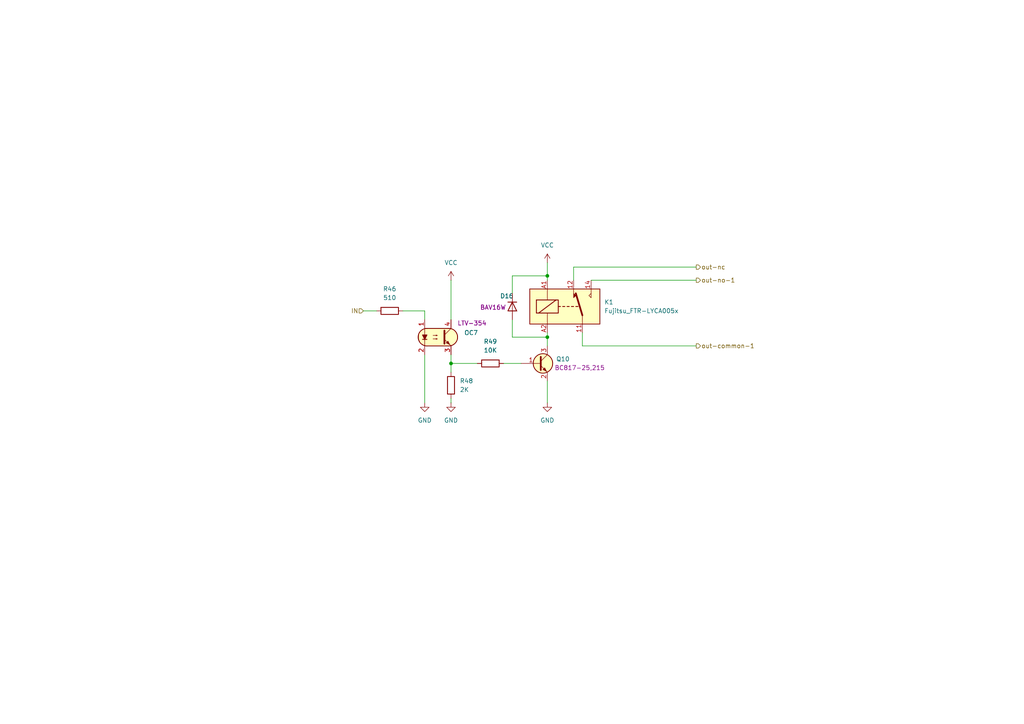
<source format=kicad_sch>
(kicad_sch (version 20250114) (generator "eeschema") (generator_version "9.0")
  (paper "A4")
  (lib_symbols
    (symbol "Diode:1N4148WT" (pin_numbers (hide yes)) (pin_names (hide yes))
      (property "Reference" "D" (at 0 2.54 0))
      (property "Value" "1N4148WT" (at 0 -2.54 0))
      (symbol "1N4148WT_0_1"
        (polyline (pts (xy -1.27 1.27) (xy -1.27 -1.27)) (stroke (width 0.254)))
        (polyline (pts (xy 1.27 1.27) (xy 1.27 -1.27) (xy -1.27 0) (xy 1.27 1.27)) (stroke (width 0.254)))
        (polyline (pts (xy 1.27 0) (xy -1.27 0)))
      )
      (symbol "1N4148WT_1_1"
        (pin passive line (at -3.81 0 0) (length 2.54) (name "K") (number "1"))
        (pin passive line (at 3.81 0 180) (length 2.54) (name "A") (number "2"))
      )
    )
    (symbol "Optocoupler_AKL:FOD817S" (pin_names (offset 1.016))
      (property "Reference" "OC" (at 6.35 1.27 0))
      (property "Value" "FOD817S" (at 6.35 -1.27 0))
      (symbol "FOD817S_0_1"
        (polyline (pts (xy -4.445 -0.635) (xy -3.175 -0.635)) (stroke (width 0.254)))
        (polyline (pts (xy -3.81 -0.635) (xy -4.445 0.635) (xy -3.175 0.635) (xy -3.81 -0.635)) (stroke (width 0.254)) (fill (type outline)))
        (polyline (pts (xy -3.81 -2.54) (xy -3.81 -1.27) (xy -3.81 2.54)) (stroke (width 0.1524)))
        (polyline (pts (xy -3.175 2.54) (xy 3.175 2.54)) (stroke (width 0.254)))
        (arc (start -3.1975 -2.54) (mid -5.7151 0) (end -3.1975 2.54) (stroke (width 0.254)))
        (polyline (pts (xy -2.54 2.54) (xy 3.429 2.54) (xy 4.318 2.286) (xy 4.699 2.032) (xy 5.08 1.651) (xy 5.461 1.016) (xy 5.715 0.381) (xy 5.715 -0.381) (xy 5.461 -1.143) (xy 4.826 -1.905) (xy 4.191 -2.286) (xy 3.302 -2.54) (xy -3.81 -2.54) (xy -3.81 -2.54) (xy -4.572 -2.032) (xy -5.08 -1.778) (xy -5.588 -0.508) (xy -5.588 0.254) (xy -5.588 1.016) (xy -5.08 1.778) (xy -4.318 2.286) (xy -3.556 2.54) (xy -2.54 2.54)) (stroke (width 0.01)) (fill (type background)))
        (polyline (pts (xy -1.397 0.508) (xy -0.127 0.508) (xy -0.508 0.381) (xy -0.508 0.635) (xy -0.127 0.508)))
        (polyline (pts (xy -1.397 -0.508) (xy -0.127 -0.508) (xy -0.508 -0.635) (xy -0.508 -0.381) (xy -0.127 -0.508)))
        (polyline (pts (xy 1.905 1.905) (xy 1.905 -1.905) (xy 1.905 -1.905)) (stroke (width 0.508)))
        (polyline (pts (xy 1.905 0.635) (xy 3.81 2.54)))
        (polyline (pts (xy 2.413 -1.651) (xy 2.921 -1.143) (xy 3.429 -2.159) (xy 2.413 -1.651) (xy 2.413 -1.651)) (fill (type outline)))
        (arc (start 3.1975 2.54) (mid 5.7151 0) (end 3.1975 -2.54) (stroke (width 0.254)))
        (polyline (pts (xy 3.175 -2.54) (xy -3.175 -2.54)) (stroke (width 0.254)))
        (polyline (pts (xy 3.81 -2.54) (xy 1.905 -0.635)) (fill (type outline)))
      )
      (symbol "FOD817S_1_1"
        (pin passive line (at -3.81 5.08 270) (length 2.54) (name "~") (number "1"))
        (pin passive line (at -3.81 -5.08 90) (length 2.54) (name "~") (number "2"))
        (pin passive line (at 3.81 5.08 270) (length 2.54) (name "~") (number "4"))
        (pin passive line (at 3.81 -5.08 90) (length 2.54) (name "~") (number "3"))
      )
    )
    (symbol "Relay:Fujitsu_FTR-LYCA005x"
      (property "Reference" "K" (at 11.43 3.81 0))
      (property "Value" "Fujitsu_FTR-LYCA005x" (at 11.43 1.27 0))
      (symbol "Fujitsu_FTR-LYCA005x_0_0"
        (polyline (pts (xy 7.62 5.08) (xy 7.62 2.54) (xy 6.985 3.175) (xy 7.62 3.81)))
      )
      (symbol "Fujitsu_FTR-LYCA005x_0_1"
        (rectangle (start -10.16 5.08) (end 10.16 -5.08) (stroke (width 0.254)) (fill (type background)))
        (rectangle (start -8.255 1.905) (end -1.905 -1.905) (stroke (width 0.254)))
        (polyline (pts (xy -7.62 -1.905) (xy -2.54 1.905)) (stroke (width 0.254)))
        (polyline (pts (xy -5.08 5.08) (xy -5.08 1.905)))
        (polyline (pts (xy -5.08 -5.08) (xy -5.08 -1.905)))
        (polyline (pts (xy -1.905 0) (xy -1.27 0)) (stroke (width 0.254)))
        (polyline (pts (xy -0.635 0) (xy 0 0)) (stroke (width 0.254)))
        (polyline (pts (xy 0.635 0) (xy 1.27 0)) (stroke (width 0.254)))
        (polyline (pts (xy 1.905 0) (xy 2.54 0)) (stroke (width 0.254)))
        (polyline (pts (xy 2.54 5.08) (xy 2.54 2.54) (xy 3.175 3.175) (xy 2.54 3.81)) (fill (type outline)))
        (polyline (pts (xy 3.175 0) (xy 3.81 0)) (stroke (width 0.254)))
        (polyline (pts (xy 5.08 -2.54) (xy 3.175 3.81)) (stroke (width 0.508)))
        (polyline (pts (xy 5.08 -2.54) (xy 5.08 -5.08)))
      )
      (symbol "Fujitsu_FTR-LYCA005x_1_1"
        (pin passive line (at -5.08 7.62 270) (length 2.54) (name "~") (number "A1"))
        (pin passive line (at -5.08 -7.62 90) (length 2.54) (name "~") (number "A2"))
        (pin passive line (at 2.54 7.62 270) (length 2.54) (name "~") (number "12"))
        (pin passive line (at 5.08 -7.62 90) (length 2.54) (name "~") (number "11"))
        (pin passive line (at 7.62 7.62 270) (length 2.54) (name "~") (number "14"))
      )
    )
    (symbol "Resistor_AKL:R_0603" (pin_numbers (hide yes)) (pin_names (offset 0))
      (property "Reference" "R" (at 2.54 1.27 0))
      (property "Value" "R_0603" (at 2.54 -1.27 0))
      (symbol "R_0603_0_1"
        (rectangle (start -1.016 2.54) (end 1.016 -2.54) (stroke (width 0.254)))
      )
      (symbol "R_0603_0_2"
        (polyline (pts (xy -2.54 -2.54) (xy -1.524 -1.524)))
        (polyline (pts (xy 1.524 1.524) (xy 2.54 2.54)))
        (polyline (pts (xy 1.524 1.524) (xy 0.889 2.159) (xy -2.159 -0.889) (xy -0.889 -2.159) (xy 2.159 0.889) (xy 1.524 1.524)) (stroke (width 0.254)))
      )
      (symbol "R_0603_1_1"
        (pin passive line (at 0 3.81 270) (length 1.27) (name "~") (number "1"))
        (pin passive line (at 0 -3.81 90) (length 1.27) (name "~") (number "2"))
      )
      (symbol "R_0603_1_2"
        (pin passive line (at -2.54 -2.54 0) (length 0) (name "") (number "2"))
        (pin passive line (at 2.54 2.54 180) (length 0) (name "") (number "1"))
      )
    )
    (symbol "Transistor_BJT_AKL:BFN26" (pin_names (hide yes))
      (property "Reference" "Q" (at 5.08 1.27 0))
      (property "Value" "BFN26" (at 5.08 -1.27 0))
      (symbol "BFN26_0_1"
        (polyline (pts (xy 0.635 1.905) (xy 0.635 -1.905) (xy 0.635 -1.905)) (stroke (width 0.508)))
        (polyline (pts (xy 0.635 0.635) (xy 2.54 2.54)))
        (polyline (pts (xy 0.635 -0.635) (xy 2.54 -2.54) (xy 2.54 -2.54)))
        (circle (center 1.27 0) (radius 2.8194) (stroke (width 0.254)) (fill (type background)))
        (polyline (pts (xy 1.27 -1.778) (xy 1.778 -1.27) (xy 2.286 -2.286) (xy 1.27 -1.778) (xy 1.27 -1.778)) (fill (type outline)))
      )
      (symbol "BFN26_1_1"
        (pin input line (at -5.08 0 0) (length 5.715) (name "B") (number "1"))
        (pin passive line (at 2.54 5.08 270) (length 2.54) (name "C") (number "3"))
        (pin passive line (at 2.54 -5.08 90) (length 2.54) (name "E") (number "2"))
      )
    )
    (symbol "power:GND" (power) (pin_numbers (hide yes)) (pin_names (offset 0) (hide yes))
      (property "Value" "GND" (at 0 -3.81 0))
      (symbol "GND_0_1"
        (polyline (pts (xy 0 0) (xy 0 -1.27) (xy 1.27 -1.27) (xy 0 -2.54) (xy -1.27 -1.27) (xy 0 -1.27)))
      )
      (symbol "GND_1_1"
        (pin power_in line (at 0 0 270) (length 0) (name "~") (number "1"))
      )
    )
    (symbol "power:VCC" (power) (pin_numbers (hide yes)) (pin_names (offset 0) (hide yes))
      (property "Value" "VCC" (at 0 3.556 0))
      (symbol "VCC_0_1"
        (polyline (pts (xy -0.762 1.27) (xy 0 2.54)))
        (polyline (pts (xy 0 2.54) (xy 0.762 1.27)))
        (polyline (pts (xy 0 0) (xy 0 2.54)))
      )
      (symbol "VCC_1_1"
        (pin power_in line (at 0 0 90) (length 0) (name "~") (number "1"))
      )
    )
  )
  (junction (at 158.75 80.01))
  (junction (at 158.75 97.79))
  (junction (at 130.81 105.41))
  (wire (pts (xy 105.41 90.17) (xy 109.22 90.17)))
  (wire (pts (xy 158.75 96.52) (xy 158.75 97.79)))
  (wire (pts (xy 116.84 90.17) (xy 123.19 90.17)))
  (wire (pts (xy 146.05 105.41) (xy 151.13 105.41)))
  (wire (pts (xy 130.81 115.57) (xy 130.81 116.84)))
  (wire (pts (xy 123.19 102.87) (xy 123.19 116.84)))
  (wire (pts (xy 148.59 80.01) (xy 158.75 80.01)))
  (wire (pts (xy 130.81 105.41) (xy 130.81 102.87)))
  (wire (pts (xy 158.75 110.49) (xy 158.75 116.84)))
  (wire (pts (xy 148.59 92.71) (xy 148.59 97.79)))
  (wire (pts (xy 130.81 81.28) (xy 130.81 92.71)))
  (wire (pts (xy 148.59 97.79) (xy 158.75 97.79)))
  (wire (pts (xy 123.19 90.17) (xy 123.19 92.71)))
  (wire (pts (xy 130.81 107.95) (xy 130.81 105.41)))
  (wire (pts (xy 130.81 105.41) (xy 138.43 105.41)))
  (wire (pts (xy 166.37 77.47) (xy 201.93 77.47)))
  (wire (pts (xy 158.75 97.79) (xy 158.75 100.33)))
  (wire (pts (xy 158.75 80.01) (xy 158.75 81.28)))
  (wire (pts (xy 168.91 100.33) (xy 201.93 100.33)))
  (wire (pts (xy 158.75 76.2) (xy 158.75 80.01)))
  (wire (pts (xy 166.37 81.28) (xy 166.37 77.47)))
  (wire (pts (xy 171.45 81.28) (xy 201.93 81.28)))
  (wire (pts (xy 148.59 85.09) (xy 148.59 80.01)))
  (wire (pts (xy 168.91 96.52) (xy 168.91 100.33)))
  (hierarchical_label "out-common-1" (shape output) (at 201.93 100.33 0))
  (hierarchical_label "IN" (shape input) (at 105.41 90.17 180))
  (hierarchical_label "out-no-1" (shape output) (at 201.93 81.28 0))
  (hierarchical_label "out-nc" (shape output) (at 201.93 77.47 0))
  (symbol (lib_id "Transistor_BJT_AKL:BFN26") (at 156.21 105.41 0) (unit 1)
    (property "Reference" "Q10" (at 161.29 104.1399 0) (effects (justify left)))
    (property "Value" "BFN26" (effects (hide yes)))
    (property "Footprint" "Package_TO_SOT_SMD_AKL:SOT-23" (effects (hide yes)))
    (property "Datasheet" "https://www.tme.eu/Document/43310f91a0e397761035f1d1abdd24c6/BFN24.pdf" (effects (hide yes)))
    (property "Description" "NPN SOT-23 high voltage transistor, 300V, 200mA, 360mW, Alternate KiCAD Library" (effects (hide yes)))
    (property "Part number" "BC817-25,215" (at 168.148 106.68 0))
  )
  (symbol (lib_id "power:GND") (at 130.81 116.84 0) (unit 1)
    (property "Reference" "#PWR044" (effects (hide yes)))
    (property "Value" "GND" (at 130.81 121.92 0))
    (property "Description" "Power symbol creates a global label with name \"GND\" , ground" (effects (hide yes)))
  )
  (symbol (lib_id "power:GND") (at 123.19 116.84 0) (unit 1)
    (property "Reference" "#PWR043" (effects (hide yes)))
    (property "Value" "GND" (at 123.19 121.92 0))
    (property "Description" "Power symbol creates a global label with name \"GND\" , ground" (effects (hide yes)))
  )
  (symbol (lib_id "power:VCC") (at 130.81 81.28 0) (unit 1)
    (property "Reference" "#PWR041" (effects (hide yes)))
    (property "Value" "VCC" (at 130.81 76.2 0))
    (property "Description" "Power symbol creates a global label with name \"VCC\"" (effects (hide yes)))
  )
  (symbol (lib_id "Optocoupler_AKL:FOD817S") (at 127 97.79 0) (unit 1)
    (property "Reference" "OC7" (at 134.62 96.5199 0) (effects (justify left)))
    (property "Value" "FOD817S" (effects (hide yes)))
    (property "Footprint" "Package_DIP_AKL:SMDIP-4_W9.53mm" (effects (hide yes)))
    (property "Datasheet" "https://www.tme.eu/Document/3a0358906a5fcb3aa253d025de809a1d/FOD814300W.PDF" (effects (hide yes)))
    (property "Description" "SMDIP-4 Optocoupler, Transistor output, 5kV, 8us, Alternate KiCAD Library" (effects (hide yes)))
    (property "Part Number" "LTV-354" (at 136.906 93.726 0))
  )
  (symbol (lib_id "Resistor_AKL:R_0603") (at 142.24 105.41 270) (unit 1)
    (property "Reference" "R49" (at 142.24 99.06 90))
    (property "Value" "10K" (at 142.24 101.6 90))
    (property "Footprint" "Resistor_SMD_AKL:R_0603_1608Metric" (effects (hide yes)))
    (property "Description" "SMD 0603 Chip Resistor, European Symbol, Alternate KiCad Library" (effects (hide yes)))
  )
  (symbol (lib_id "power:VCC") (at 158.75 76.2 0) (unit 1)
    (property "Reference" "#PWR045" (effects (hide yes)))
    (property "Value" "VCC" (at 158.75 71.12 0))
    (property "Description" "Power symbol creates a global label with name \"VCC\"" (effects (hide yes)))
  )
  (symbol (lib_id "Diode:1N4148WT") (at 148.59 88.9 270) (unit 1)
    (property "Reference" "D16" (at 145.034 85.852 90) (effects (justify left)))
    (property "Value" "1N4148WT" (effects (hide yes)))
    (property "Footprint" "Diode_SMD:D_SOD-523" (effects (hide yes)))
    (property "Datasheet" "https://www.diodes.com/assets/Datasheets/ds30396.pdf" (effects (hide yes)))
    (property "Description" "75V 0.15A Fast switching Diode, SOD-523" (effects (hide yes)))
    (property "Sim.Device" "D" (effects (hide yes)))
    (property "Sim.Pins" "1=K 2=A" (effects (hide yes)))
    (property "Part number" "BAV16W" (at 143.002 89.154 90))
  )
  (symbol (lib_id "Relay:Fujitsu_FTR-LYCA005x") (at 163.83 88.9 0) (unit 1)
    (property "Reference" "K1" (at 175.26 87.6299 0) (effects (justify left)))
    (property "Value" "Fujitsu_FTR-LYCA005x" (at 175.26 90.1699 0) (effects (justify left)))
    (property "Footprint" "Relay_THT:Relay_SPDT_Fujitsu_FTR-LYCA005x_FormC_Vertical" (effects (hide yes)))
    (property "Datasheet" "https://www.fujitsu.com/sg/imagesgig5/ftr-ly.pdf" (effects (hide yes)))
    (property "Description" "Relay, SPDT Form C, vertical mount, 5-60V coil, 6A, 250VAC, 28 x 5 x 15mm" (effects (hide yes)))
  )
  (symbol (lib_id "Resistor_AKL:R_0603") (at 130.81 111.76 180) (unit 1)
    (property "Reference" "R48" (at 133.35 110.4899 0) (effects (justify right)))
    (property "Value" "2K" (at 133.35 113.0299 0) (effects (justify right)))
    (property "Footprint" "Resistor_SMD_AKL:R_0603_1608Metric" (effects (hide yes)))
    (property "Description" "SMD 0603 Chip Resistor, European Symbol, Alternate KiCad Library" (effects (hide yes)))
  )
  (symbol (lib_id "Resistor_AKL:R_0603") (at 113.03 90.17 90) (unit 1)
    (property "Reference" "R46" (at 113.03 83.82 90))
    (property "Value" "510" (at 113.03 86.36 90))
    (property "Footprint" "Resistor_SMD_AKL:R_0603_1608Metric" (effects (hide yes)))
    (property "Description" "SMD 0603 Chip Resistor, European Symbol, Alternate KiCad Library" (effects (hide yes)))
  )
  (symbol (lib_id "power:GND") (at 158.75 116.84 0) (unit 1)
    (property "Reference" "#PWR042" (effects (hide yes)))
    (property "Value" "GND" (at 158.75 121.92 0))
    (property "Description" "Power symbol creates a global label with name \"GND\" , ground" (effects (hide yes)))
  )
)
</source>
